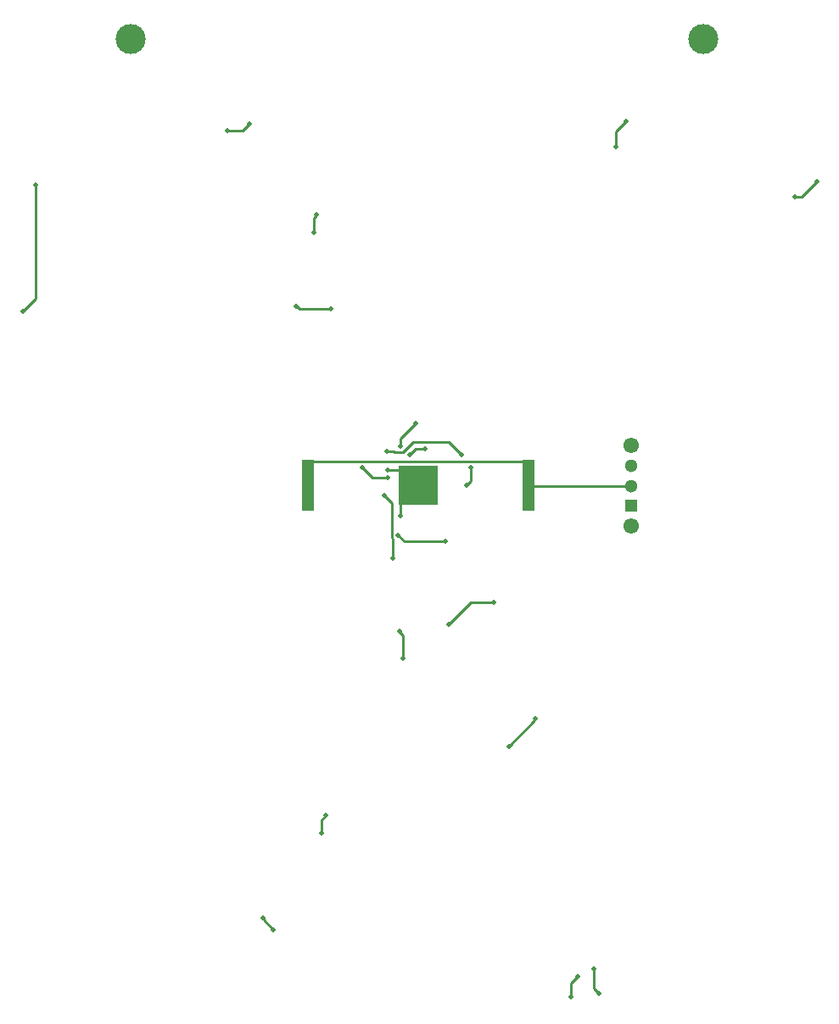
<source format=gbl>
G04*
G04 #@! TF.GenerationSoftware,Altium Limited,Altium Designer,22.8.2 (66)*
G04*
G04 Layer_Physical_Order=2*
G04 Layer_Color=16711680*
%FSLAX25Y25*%
%MOIN*%
G70*
G04*
G04 #@! TF.SameCoordinates,5BBA7AF8-D70B-405A-A25D-C681712A1337*
G04*
G04*
G04 #@! TF.FilePolarity,Positive*
G04*
G01*
G75*
%ADD12C,0.01000*%
%ADD24C,0.06102*%
%ADD25C,0.05118*%
%ADD26R,0.05118X0.05118*%
%ADD28C,0.11811*%
%ADD29C,0.01968*%
%ADD30R,0.05000X0.20000*%
%ADD31R,0.15600X0.15600*%
D12*
X177000Y141500D02*
Y150571D01*
X175519Y152052D02*
X177000Y150571D01*
X175519Y152052D02*
Y152314D01*
X173255Y222879D02*
X173606Y222528D01*
X170622Y222879D02*
X173255D01*
X173606Y222528D02*
X177014D01*
X139752Y216984D02*
X141752Y218984D01*
X139752Y209500D02*
Y216984D01*
X202000Y209500D02*
Y209762D01*
X203500Y211262D02*
Y216500D01*
X202000Y209762D02*
X203500Y211262D01*
X226248Y209500D02*
Y216984D01*
X190800Y218800D02*
X190984Y218984D01*
X224248D02*
X226248Y216984D01*
X190984Y218984D02*
X224248D01*
X175200Y218800D02*
X190800D01*
X175987Y227987D02*
X182000Y234000D01*
X180971Y226484D02*
X195016D01*
X177014Y222528D02*
X180971Y226484D01*
X195016D02*
X200000Y221500D01*
X175987Y225013D02*
Y227987D01*
X141752Y218984D02*
X175016D01*
X175200Y218800D01*
X179500Y221500D02*
X182000Y224000D01*
X161000Y216500D02*
X165000Y212500D01*
X171000D01*
X176000Y197500D02*
Y202500D01*
X177500Y187500D02*
X193500D01*
X175000Y190000D02*
X177500Y187500D01*
X169500Y205500D02*
X172516Y202484D01*
Y188971D02*
Y202484D01*
X173000Y181000D02*
Y188487D01*
X172516Y188971D02*
X173000Y188487D01*
X333500Y323000D02*
X339500Y329000D01*
X331000Y323000D02*
X333500D01*
X260500Y342500D02*
Y348500D01*
X264500Y352500D01*
X182000Y224000D02*
X185500D01*
X146500Y79738D02*
Y80000D01*
X145000Y73000D02*
Y78238D01*
X146500Y79738D01*
X122000Y39500D02*
X122185Y39315D01*
Y38815D02*
X126000Y35000D01*
X122185Y38815D02*
Y39315D01*
X32500Y283000D02*
Y327500D01*
X27500Y278000D02*
X32500Y283000D01*
X114000Y349000D02*
X116500Y351500D01*
X108000Y349000D02*
X114000D01*
X142000Y314738D02*
X143000Y315738D01*
Y316000D01*
X142000Y309000D02*
Y314738D01*
X135000Y280000D02*
X135262D01*
X136262Y279000D02*
X148500D01*
X135262Y280000D02*
X136262Y279000D01*
X177000Y215500D02*
X183000Y209500D01*
X171000Y215500D02*
X177000D01*
X176000Y202500D02*
X183000Y209500D01*
X203500Y163500D02*
X212500D01*
X195000Y155000D02*
X203500Y163500D01*
X228815Y117815D02*
X229000Y118000D01*
X218500Y107000D02*
X228815Y117315D01*
Y117815D01*
X252000Y12000D02*
Y19487D01*
X243000Y8500D02*
Y14000D01*
X245500Y16500D01*
X252000Y12000D02*
X254000Y10000D01*
X228248Y209374D02*
X266500D01*
X226248Y209500D02*
X228248Y209374D01*
D24*
X266500Y225122D02*
D03*
Y193626D02*
D03*
D25*
Y217248D02*
D03*
Y209374D02*
D03*
D26*
Y201500D02*
D03*
D28*
X295000Y385000D02*
D03*
X70000D02*
D03*
D29*
X175519Y152314D02*
D03*
X170622Y222879D02*
D03*
X202000Y209500D02*
D03*
X203500Y216500D02*
D03*
X200000Y221500D02*
D03*
X175987Y225013D02*
D03*
X179500Y221500D02*
D03*
X161000Y216500D02*
D03*
X171000Y212500D02*
D03*
X176000Y197500D02*
D03*
X193500Y187500D02*
D03*
X175000Y190000D02*
D03*
X331000Y323000D02*
D03*
X339500Y329000D02*
D03*
X264500Y352500D02*
D03*
X260500Y342500D02*
D03*
X185500Y224000D02*
D03*
X177000Y141500D02*
D03*
X146500Y80000D02*
D03*
X145000Y73000D02*
D03*
X122000Y39500D02*
D03*
X126000Y35000D02*
D03*
X27500Y278000D02*
D03*
X32500Y327500D02*
D03*
X108000Y349000D02*
D03*
X116500Y351500D02*
D03*
X143000Y316000D02*
D03*
X142000Y309000D02*
D03*
X135000Y280000D02*
D03*
X148500Y279000D02*
D03*
X182000Y234000D02*
D03*
X171000Y215500D02*
D03*
X169500Y205500D02*
D03*
X173000Y181000D02*
D03*
X195000Y155000D02*
D03*
X212500Y163500D02*
D03*
X229000Y118000D02*
D03*
X218500Y107000D02*
D03*
X252000Y19487D02*
D03*
X245500Y16500D02*
D03*
X243000Y8500D02*
D03*
X254000Y10000D02*
D03*
D30*
X139752Y209500D02*
D03*
X226248D02*
D03*
D31*
X183000D02*
D03*
M02*

</source>
